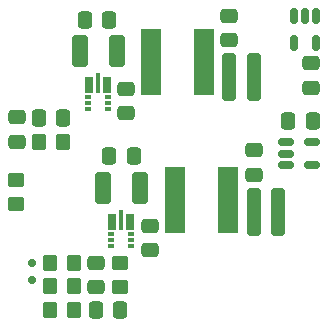
<source format=gtp>
G04 #@! TF.GenerationSoftware,KiCad,Pcbnew,7.0.10-7.0.10~ubuntu23.10.1*
G04 #@! TF.CreationDate,2024-03-29T23:33:31+01:00*
G04 #@! TF.ProjectId,ledBoard,6c656442-6f61-4726-942e-6b696361645f,rev?*
G04 #@! TF.SameCoordinates,Original*
G04 #@! TF.FileFunction,Paste,Top*
G04 #@! TF.FilePolarity,Positive*
%FSLAX46Y46*%
G04 Gerber Fmt 4.6, Leading zero omitted, Abs format (unit mm)*
G04 Created by KiCad (PCBNEW 7.0.10-7.0.10~ubuntu23.10.1) date 2024-03-29 23:33:31*
%MOMM*%
%LPD*%
G01*
G04 APERTURE LIST*
G04 Aperture macros list*
%AMRoundRect*
0 Rectangle with rounded corners*
0 $1 Rounding radius*
0 $2 $3 $4 $5 $6 $7 $8 $9 X,Y pos of 4 corners*
0 Add a 4 corners polygon primitive as box body*
4,1,4,$2,$3,$4,$5,$6,$7,$8,$9,$2,$3,0*
0 Add four circle primitives for the rounded corners*
1,1,$1+$1,$2,$3*
1,1,$1+$1,$4,$5*
1,1,$1+$1,$6,$7*
1,1,$1+$1,$8,$9*
0 Add four rect primitives between the rounded corners*
20,1,$1+$1,$2,$3,$4,$5,0*
20,1,$1+$1,$4,$5,$6,$7,0*
20,1,$1+$1,$6,$7,$8,$9,0*
20,1,$1+$1,$8,$9,$2,$3,0*%
G04 Aperture macros list end*
%ADD10R,0.800000X1.450000*%
%ADD11R,0.600000X0.300000*%
%ADD12R,0.800000X1.458994*%
%ADD13R,0.300000X1.725000*%
%ADD14RoundRect,0.250000X0.475000X-0.337500X0.475000X0.337500X-0.475000X0.337500X-0.475000X-0.337500X0*%
%ADD15RoundRect,0.250000X-0.337500X-0.475000X0.337500X-0.475000X0.337500X0.475000X-0.337500X0.475000X0*%
%ADD16RoundRect,0.150000X-0.512500X-0.150000X0.512500X-0.150000X0.512500X0.150000X-0.512500X0.150000X0*%
%ADD17RoundRect,0.250000X-0.412500X-1.100000X0.412500X-1.100000X0.412500X1.100000X-0.412500X1.100000X0*%
%ADD18RoundRect,0.150000X-0.150000X0.512500X-0.150000X-0.512500X0.150000X-0.512500X0.150000X0.512500X0*%
%ADD19RoundRect,0.250000X-0.450000X0.350000X-0.450000X-0.350000X0.450000X-0.350000X0.450000X0.350000X0*%
%ADD20R,1.700000X5.700000*%
%ADD21RoundRect,0.250000X0.450000X-0.350000X0.450000X0.350000X-0.450000X0.350000X-0.450000X-0.350000X0*%
%ADD22RoundRect,0.250000X0.337500X0.475000X-0.337500X0.475000X-0.337500X-0.475000X0.337500X-0.475000X0*%
%ADD23RoundRect,0.250000X0.350000X1.775000X-0.350000X1.775000X-0.350000X-1.775000X0.350000X-1.775000X0*%
%ADD24RoundRect,0.250000X0.350000X0.450000X-0.350000X0.450000X-0.350000X-0.450000X0.350000X-0.450000X0*%
%ADD25RoundRect,0.250000X-0.475000X0.337500X-0.475000X-0.337500X0.475000X-0.337500X0.475000X0.337500X0*%
%ADD26RoundRect,0.250000X-0.350000X-0.450000X0.350000X-0.450000X0.350000X0.450000X-0.350000X0.450000X0*%
%ADD27RoundRect,0.150000X-0.200000X0.150000X-0.200000X-0.150000X0.200000X-0.150000X0.200000X0.150000X0*%
G04 APERTURE END LIST*
D10*
X211396100Y-86940900D03*
D11*
X211296100Y-87990900D03*
X211296100Y-88465900D03*
X211296100Y-88940900D03*
X212996100Y-88940900D03*
X212996100Y-88465900D03*
X212996100Y-87990900D03*
D12*
X212896100Y-86945397D03*
D13*
X212146100Y-86803400D03*
D10*
X209433600Y-75336400D03*
D11*
X209333600Y-76386400D03*
X209333600Y-76861400D03*
X209333600Y-77336400D03*
X211033600Y-77336400D03*
X211033600Y-76861400D03*
X211033600Y-76386400D03*
D12*
X210933600Y-75340897D03*
D13*
X210183600Y-75198900D03*
D14*
X221310200Y-71547900D03*
X221310200Y-69472900D03*
X223393000Y-82952500D03*
X223393000Y-80877500D03*
D15*
X210015000Y-94361000D03*
X212090000Y-94361000D03*
D16*
X226065500Y-80203000D03*
X226065500Y-81153000D03*
X226065500Y-82103000D03*
X228340500Y-82103000D03*
X228340500Y-80203000D03*
D15*
X211147700Y-81330800D03*
X213222700Y-81330800D03*
D14*
X210058000Y-92456000D03*
X210058000Y-90381000D03*
D17*
X208633100Y-72440800D03*
X211758100Y-72440800D03*
D15*
X209056500Y-69799200D03*
X211131500Y-69799200D03*
D18*
X228661000Y-69474500D03*
X227711000Y-69474500D03*
X226761000Y-69474500D03*
X226761000Y-71749500D03*
X228661000Y-71749500D03*
D19*
X212039200Y-90418500D03*
X212039200Y-92418500D03*
D20*
X221212800Y-85090000D03*
X216712800Y-85090000D03*
D14*
X212598000Y-77724000D03*
X212598000Y-75649000D03*
D21*
X203250000Y-85400000D03*
X203250000Y-83400000D03*
D14*
X214558000Y-89327900D03*
X214558000Y-87252900D03*
D22*
X228367500Y-78359000D03*
X226292500Y-78359000D03*
D23*
X223351200Y-74701400D03*
X221301200Y-74701400D03*
D17*
X210622700Y-84074000D03*
X213747700Y-84074000D03*
D20*
X219202000Y-73406000D03*
X214702000Y-73406000D03*
D24*
X208153000Y-94361000D03*
X206153000Y-94361000D03*
D25*
X228219000Y-73511500D03*
X228219000Y-75586500D03*
D26*
X206153000Y-90424000D03*
X208153000Y-90424000D03*
D27*
X204600000Y-91850000D03*
X204600000Y-90450000D03*
D23*
X225434000Y-86106000D03*
X223384000Y-86106000D03*
D24*
X208153000Y-92390000D03*
X206153000Y-92390000D03*
D15*
X205189000Y-78105000D03*
X207264000Y-78105000D03*
D25*
X203305500Y-78083500D03*
X203305500Y-80158500D03*
D24*
X207226500Y-80137000D03*
X205226500Y-80137000D03*
M02*

</source>
